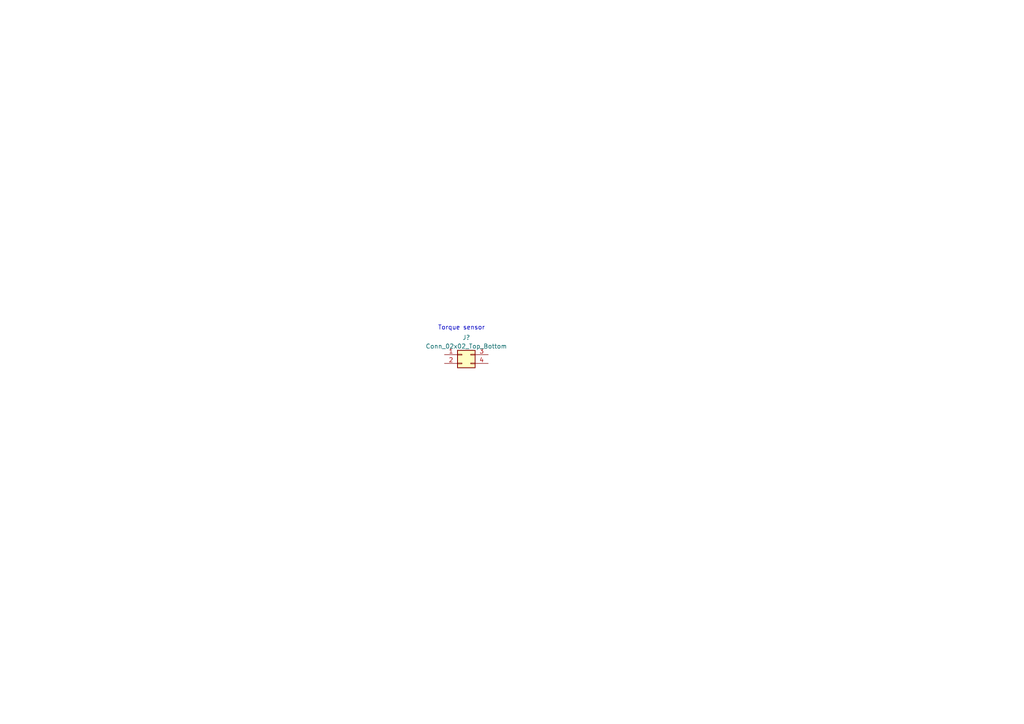
<source format=kicad_sch>
(kicad_sch (version 20211123) (generator eeschema)
  (paper "A4")
  (title_block (title "Sensors") (date "2022-05-26") (rev "v0.1") (company "Coilchain"))
  (lib_symbols
    (symbol "Connector_Generic:Conn_02x02_Top_Bottom" (pin_names (offset 1.016) hide)
      (property "Reference" "J" (at 1.27 2.54 0))
      (property "Value" "Conn_02x02_Top_Bottom" (at 1.27 -5.08 0))
      (symbol "Conn_02x02_Top_Bottom_1_1"
        (rectangle (start -1.27 -2.413) (end 0 -2.667) (stroke (width 0.1524)))
        (rectangle (start -1.27 0.127) (end 0 -0.127) (stroke (width 0.1524)))
        (rectangle (start -1.27 1.27) (end 3.81 -3.81) (stroke (width 0.254)) (fill (type background)))
        (rectangle (start 3.81 -2.413) (end 2.54 -2.667) (stroke (width 0.1524)))
        (rectangle (start 3.81 0.127) (end 2.54 -0.127) (stroke (width 0.1524)))
        (pin passive line (at -5.08 0 0) (length 3.81) (name "Pin_1") (number "1"))
        (pin passive line (at -5.08 -2.54 0) (length 3.81) (name "Pin_2") (number "2"))
        (pin passive line (at 7.62 0 180) (length 3.81) (name "Pin_3") (number "3"))
        (pin passive line (at 7.62 -2.54 180) (length 3.81) (name "Pin_4") (number "4"))
      )
    )
  )
  (text "Torque sensor" (at 127 95.885 0) (effects (font (size 1.27 1.27)) (justify left bottom)))
  (symbol (lib_id "Connector_Generic:Conn_02x02_Top_Bottom") (at 133.985 102.87 0) (unit 1)
    (property "Reference" "J?" (at 135.255 97.9002 0))
    (property "Value" "Conn_02x02_Top_Bottom" (at 135.255 100.4371 0))
  )
)
</source>
